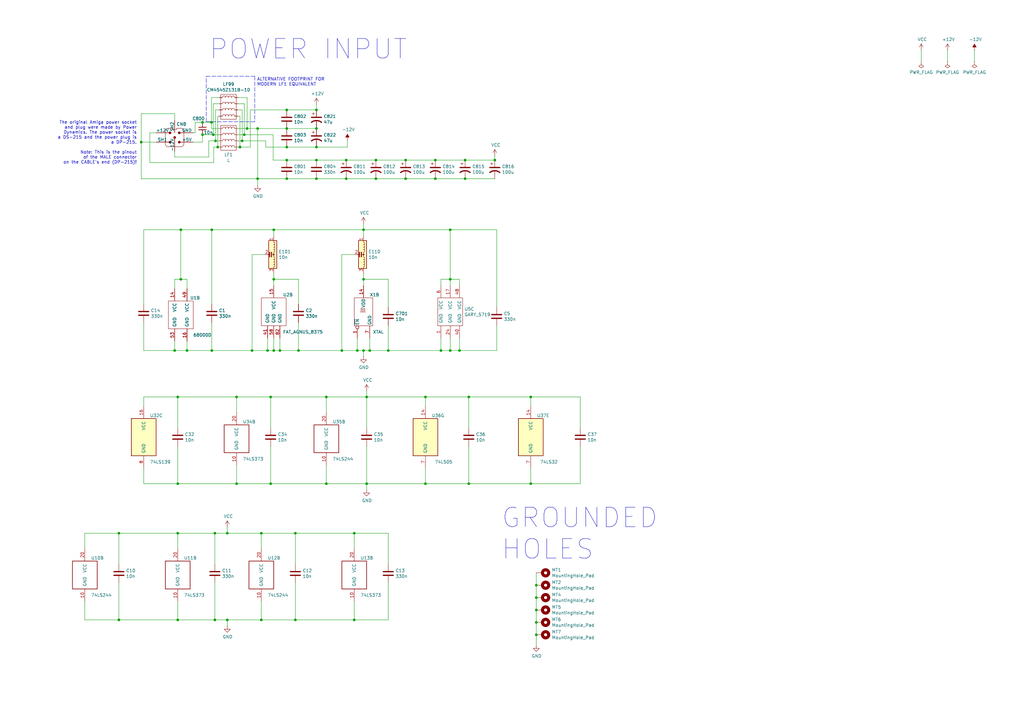
<source format=kicad_sch>
(kicad_sch (version 20250114) (generator "eeschema") (generator_version "9.0")
  (paper "A3")
  (title_block (title "Rämixx500") (date "2020-04-04") (rev "1") (company "SukkoPera") (comment 1 "POWER AND DECOUPLING") (comment 4 "Licensed under CC BY-NC-SA 4.0"))
  (text "GROUNDED\nHOLES" (at 205.486 230.124 0) (effects (font (size 8.001 8.001)) (justify left bottom)))
  (text "ALTERNATIVE FOOTPRINT FOR\nMODERN LF1 EQUIVALENT" (at 105.41 35.433 0) (effects (font (size 1.27 1.27)) (justify left bottom)))
  (text "POWER INPUT" (at 85.598 25.019 0) (effects (font (size 8.001 8.001)) (justify left bottom)))
  (text "The original Amiga power socket\nand plug were made by Power\nDynamics. The power socket is\na DS-215 and the power plug is\na DP-215.\n\nNote: This is the pinout\nof the MALE connector\non the CABLE's end (DP-215)!" (at 56.134 67.437 0) (effects (font (size 1.27 1.27)) (justify right bottom)))
  (junction (at 180.848 143.764))
  (junction (at 97.028 162.814))
  (junction (at 74.168 94.234))
  (junction (at 109.728 143.764))
  (junction (at 192.278 162.814))
  (junction (at 145.288 218.694))
  (junction (at 129.794 52.705))
  (junction (at 86.741 50.165))
  (junction (at 105.664 73.279))
  (junction (at 72.898 162.814))
  (junction (at 103.378 143.764))
  (junction (at 87.503 55.245))
  (junction (at 217.678 162.814))
  (junction (at 93.218 254.254))
  (junction (at 150.368 162.814))
  (junction (at 217.678 198.374))
  (junction (at 100.203 55.245))
  (junction (at 112.268 114.554))
  (junction (at 117.602 73.279))
  (junction (at 101.346 52.705))
  (junction (at 121.158 254.254))
  (junction (at 57.912 58.293))
  (junction (at 133.858 198.374))
  (junction (at 129.794 45.085))
  (junction (at 117.602 52.705))
  (junction (at 76.708 143.764))
  (junction (at 184.658 143.764))
  (junction (at 112.268 143.764))
  (junction (at 74.168 114.554))
  (junction (at 174.498 198.374))
  (junction (at 178.562 73.279))
  (junction (at 151.638 143.764))
  (junction (at 99.314 57.785))
  (junction (at 133.858 162.814))
  (junction (at 174.498 162.814))
  (junction (at 202.946 65.659))
  (junction (at 72.898 218.694))
  (junction (at 129.794 73.279))
  (junction (at 150.368 198.374))
  (junction (at 71.628 143.764))
  (junction (at 159.258 143.764))
  (junction (at 219.964 250.19))
  (junction (at 219.964 240.03))
  (junction (at 141.986 73.279))
  (junction (at 105.664 52.705))
  (junction (at 219.964 245.11))
  (junction (at 178.562 65.659))
  (junction (at 72.898 198.374))
  (junction (at 110.998 198.374))
  (junction (at 88.392 57.785))
  (junction (at 192.278 198.374))
  (junction (at 184.658 94.234))
  (junction (at 184.658 114.554))
  (junction (at 188.468 143.764))
  (junction (at 129.794 65.659))
  (junction (at 149.098 143.764))
  (junction (at 86.868 94.234))
  (junction (at 149.098 94.234))
  (junction (at 98.425 60.325))
  (junction (at 121.158 218.694))
  (junction (at 190.754 65.659))
  (junction (at 149.098 114.554))
  (junction (at 72.898 254.254))
  (junction (at 107.188 218.694))
  (junction (at 114.808 143.764))
  (junction (at 110.998 162.814))
  (junction (at 48.768 218.694))
  (junction (at 48.768 254.254))
  (junction (at 83.058 50.165))
  (junction (at 97.028 198.374))
  (junction (at 166.37 73.279))
  (junction (at 93.218 218.694))
  (junction (at 219.964 255.27))
  (junction (at 154.178 73.279))
  (junction (at 117.602 60.325))
  (junction (at 112.268 94.234))
  (junction (at 145.288 254.254))
  (junction (at 190.754 73.279))
  (junction (at 154.178 65.659))
  (junction (at 117.602 65.659))
  (junction (at 88.138 254.254))
  (junction (at 89.281 60.325))
  (junction (at 129.794 60.325))
  (junction (at 140.208 143.764))
  (junction (at 141.986 65.659))
  (junction (at 86.868 143.764))
  (junction (at 166.37 65.659))
  (junction (at 219.964 260.35))
  (junction (at 83.058 55.245))
  (junction (at 117.602 45.085))
  (junction (at 122.428 143.764))
  (junction (at 88.138 218.694))
  (junction (at 107.188 254.254))
  (junction (at 146.558 143.764))
  (wire (pts (xy 159.258 133.604) (xy 159.258 143.764)))
  (wire (pts (xy 88.392 57.785) (xy 88.392 45.085)))
  (wire (pts (xy 107.188 246.634) (xy 107.188 254.254)))
  (wire (pts (xy 149.098 91.694) (xy 149.098 94.234)))
  (wire (pts (xy 110.998 175.514) (xy 110.998 162.814)))
  (wire (pts (xy 112.268 112.014) (xy 112.268 114.554)))
  (wire (pts (xy 192.278 183.134) (xy 192.278 198.374)))
  (wire (pts (xy 71.628 46.609) (xy 57.912 46.609)))
  (wire (pts (xy 190.754 73.279) (xy 202.946 73.279)))
  (wire (pts (xy 86.868 143.764) (xy 103.378 143.764)))
  (wire (pts (xy 83.058 58.293) (xy 83.058 55.245)))
  (wire (pts (xy 117.602 45.085) (xy 129.794 45.085)))
  (wire (pts (xy 48.768 231.394) (xy 48.768 218.694)))
  (wire (pts (xy 93.218 254.254) (xy 107.188 254.254)))
  (wire (pts (xy 146.558 143.764) (xy 146.558 138.684)))
  (wire (pts (xy 93.218 256.794) (xy 93.218 254.254)))
  (wire (pts (xy 140.208 104.394) (xy 140.208 143.764)))
  (wire (pts (xy 74.168 94.234) (xy 86.868 94.234)))
  (wire (pts (xy 103.378 104.394) (xy 103.378 143.764)))
  (wire (pts (xy 159.258 254.254) (xy 159.258 239.014)))
  (wire (pts (xy 86.868 94.234) (xy 86.868 124.714)))
  (wire (pts (xy 108.966 60.325) (xy 117.602 60.325)))
  (wire (pts (xy 203.708 94.234) (xy 203.708 125.984)))
  (wire (pts (xy 154.178 65.659) (xy 166.37 65.659)))
  (wire (pts (xy 64.008 54.483) (xy 61.468 54.483)))
  (wire (pts (xy 86.868 143.764) (xy 76.708 143.764)))
  (wire (pts (xy 166.37 73.279) (xy 178.562 73.279)))
  (wire (pts (xy 102.616 45.085) (xy 117.602 45.085)))
  (wire (pts (xy 150.368 162.814) (xy 174.498 162.814)))
  (wire (pts (xy 88.138 254.254) (xy 93.218 254.254)))
  (wire (pts (xy 85.598 57.785) (xy 88.392 57.785)))
  (wire (pts (xy 184.658 117.094) (xy 184.658 114.554)))
  (wire (pts (xy 133.858 169.164) (xy 133.858 162.814)))
  (wire (pts (xy 71.628 139.954) (xy 71.628 143.764)))
  (wire (pts (xy 149.098 146.304) (xy 149.098 143.764)))
  (wire (pts (xy 188.468 114.554) (xy 188.468 117.094)))
  (wire (pts (xy 80.01 50.165) (xy 83.058 50.165)))
  (wire (pts (xy 122.428 143.764) (xy 140.208 143.764)))
  (wire (pts (xy 151.638 138.684) (xy 151.638 143.764)))
  (wire (pts (xy 72.898 218.694) (xy 88.138 218.694)))
  (wire (pts (xy 58.928 198.374) (xy 72.898 198.374)))
  (wire (pts (xy 88.138 231.394) (xy 88.138 218.694)))
  (wire (pts (xy 57.912 73.279) (xy 105.664 73.279)))
  (wire (pts (xy 219.964 245.11) (xy 219.964 250.19)))
  (wire (pts (xy 88.138 218.694) (xy 93.218 218.694)))
  (wire (pts (xy 122.428 114.554) (xy 122.428 124.714)))
  (wire (pts (xy 145.288 246.634) (xy 145.288 254.254)))
  (wire (pts (xy 97.536 47.625) (xy 98.425 47.625)))
  (wire (pts (xy 174.498 198.374) (xy 192.278 198.374)))
  (wire (pts (xy 133.858 198.374) (xy 150.368 198.374)))
  (wire (pts (xy 98.425 47.625) (xy 98.425 60.325)))
  (wire (pts (xy 105.664 52.705) (xy 117.602 52.705)))
  (wire (pts (xy 129.794 65.659) (xy 141.986 65.659)))
  (wire (pts (xy 86.741 50.165) (xy 86.741 52.705)))
  (wire (pts (xy 88.392 57.785) (xy 89.916 57.785)))
  (wire (pts (xy 61.468 54.483) (xy 61.468 66.675)))
  (wire (pts (xy 89.281 47.625) (xy 89.281 60.325)))
  (wire (pts (xy 219.964 234.95) (xy 219.964 240.03)))
  (wire (pts (xy 150.368 198.374) (xy 174.498 198.374)))
  (wire (pts (xy 110.998 183.134) (xy 110.998 198.374)))
  (wire (pts (xy 97.028 190.754) (xy 97.028 198.374)))
  (wire (pts (xy 166.37 65.659) (xy 178.562 65.659)))
  (wire (pts (xy 109.728 143.764) (xy 109.728 138.684)))
  (wire (pts (xy 80.01 54.483) (xy 80.01 50.165)))
  (wire (pts (xy 86.868 94.234) (xy 112.268 94.234)))
  (wire (pts (xy 93.218 216.154) (xy 93.218 218.694)))
  (wire (pts (xy 154.178 73.279) (xy 166.37 73.279)))
  (wire (pts (xy 159.258 143.764) (xy 180.848 143.764)))
  (wire (pts (xy 141.986 65.659) (xy 154.178 65.659)))
  (wire (pts (xy 140.208 143.764) (xy 146.558 143.764)))
  (wire (pts (xy 97.536 40.005) (xy 101.346 40.005)))
  (wire (pts (xy 388.62 25.273) (xy 388.62 20.574)))
  (wire (pts (xy 58.928 132.334) (xy 58.928 143.764)))
  (wire (pts (xy 99.314 45.085) (xy 97.536 45.085)))
  (wire (pts (xy 117.602 60.325) (xy 129.794 60.325)))
  (wire (pts (xy 97.536 42.545) (xy 100.203 42.545)))
  (wire (pts (xy 237.998 183.134) (xy 237.998 198.374)))
  (wire (pts (xy 97.536 52.705) (xy 101.346 52.705)))
  (wire (pts (xy 97.536 57.785) (xy 99.314 57.785)))
  (wire (pts (xy 88.392 45.085) (xy 89.916 45.085)))
  (wire (pts (xy 159.258 114.554) (xy 159.258 125.984)))
  (wire (pts (xy 129.794 73.279) (xy 141.986 73.279)))
  (wire (pts (xy 102.616 60.325) (xy 102.616 45.085)))
  (wire (pts (xy 48.768 218.694) (xy 72.898 218.694)))
  (wire (pts (xy 97.536 60.325) (xy 98.425 60.325)))
  (wire (pts (xy 399.669 25.273) (xy 399.669 20.574)))
  (wire (pts (xy 34.798 225.044) (xy 34.798 218.694)))
  (wire (pts (xy 72.898 175.514) (xy 72.898 162.814)))
  (wire (pts (xy 188.468 143.764) (xy 203.708 143.764)))
  (wire (pts (xy 34.798 218.694) (xy 48.768 218.694)))
  (wire (pts (xy 71.628 118.364) (xy 71.628 114.554)))
  (wire (pts (xy 377.825 25.273) (xy 377.825 20.574)))
  (wire (pts (xy 114.808 143.764) (xy 112.268 143.764)))
  (polyline (pts (xy 104.521 31.242) (xy 104.521 49.911)) (stroke (width 0) (type dash)))
  (wire (pts (xy 71.628 62.103) (xy 71.628 64.389)))
  (wire (pts (xy 98.425 60.325) (xy 102.616 60.325)))
  (wire (pts (xy 217.678 198.374) (xy 237.998 198.374)))
  (wire (pts (xy 219.964 250.19) (xy 219.964 255.27)))
  (wire (pts (xy 122.428 143.764) (xy 114.808 143.764)))
  (wire (pts (xy 107.188 254.254) (xy 121.158 254.254)))
  (wire (pts (xy 190.754 65.659) (xy 202.946 65.659)))
  (wire (pts (xy 112.268 114.554) (xy 112.268 117.094)))
  (wire (pts (xy 110.998 198.374) (xy 133.858 198.374)))
  (wire (pts (xy 112.268 114.554) (xy 122.428 114.554)))
  (wire (pts (xy 89.916 42.545) (xy 87.503 42.545)))
  (wire (pts (xy 121.158 231.394) (xy 121.158 218.694)))
  (wire (pts (xy 142.494 60.325) (xy 142.494 57.531)))
  (wire (pts (xy 101.346 52.705) (xy 105.664 52.705)))
  (wire (pts (xy 105.664 73.279) (xy 117.602 73.279)))
  (wire (pts (xy 83.058 50.165) (xy 86.741 50.165)))
  (wire (pts (xy 184.658 114.554) (xy 188.468 114.554)))
  (wire (pts (xy 72.898 225.044) (xy 72.898 218.694)))
  (wire (pts (xy 133.858 190.754) (xy 133.858 198.374)))
  (wire (pts (xy 112.268 94.234) (xy 112.268 96.774)))
  (wire (pts (xy 133.858 162.814) (xy 150.368 162.814)))
  (wire (pts (xy 178.562 65.659) (xy 190.754 65.659)))
  (wire (pts (xy 192.278 198.374) (xy 217.678 198.374)))
  (wire (pts (xy 57.912 46.609) (xy 57.912 58.293)))
  (wire (pts (xy 178.562 73.279) (xy 190.754 73.279)))
  (wire (pts (xy 71.628 64.389) (xy 85.598 64.389)))
  (wire (pts (xy 203.708 133.604) (xy 203.708 143.764)))
  (wire (pts (xy 121.158 239.014) (xy 121.158 254.254)))
  (wire (pts (xy 219.964 240.03) (xy 219.964 245.11)))
  (wire (pts (xy 107.188 225.044) (xy 107.188 218.694)))
  (wire (pts (xy 57.912 58.293) (xy 57.912 73.279)))
  (wire (pts (xy 219.964 255.27) (xy 219.964 260.35)))
  (wire (pts (xy 87.503 55.245) (xy 89.916 55.245)))
  (wire (pts (xy 150.368 175.514) (xy 150.368 162.814)))
  (wire (pts (xy 105.664 73.279) (xy 105.664 76.073)))
  (wire (pts (xy 180.848 114.554) (xy 184.658 114.554)))
  (wire (pts (xy 99.314 57.785) (xy 108.966 57.785)))
  (wire (pts (xy 174.498 192.024) (xy 174.498 198.374)))
  (wire (pts (xy 79.248 54.483) (xy 80.01 54.483)))
  (wire (pts (xy 48.768 239.014) (xy 48.768 254.254)))
  (wire (pts (xy 117.602 65.659) (xy 129.794 65.659)))
  (wire (pts (xy 93.218 218.694) (xy 107.188 218.694)))
  (wire (pts (xy 121.158 254.254) (xy 145.288 254.254)))
  (wire (pts (xy 88.138 239.014) (xy 88.138 254.254)))
  (wire (pts (xy 149.098 143.764) (xy 146.558 143.764)))
  (wire (pts (xy 58.928 166.624) (xy 58.928 162.814)))
  (wire (pts (xy 83.058 55.245) (xy 87.503 55.245)))
  (wire (pts (xy 72.898 198.374) (xy 97.028 198.374)))
  (wire (pts (xy 112.014 65.659) (xy 117.602 65.659)))
  (wire (pts (xy 87.503 42.545) (xy 87.503 55.245)))
  (wire (pts (xy 72.898 254.254) (xy 88.138 254.254)))
  (wire (pts (xy 103.378 143.764) (xy 109.728 143.764)))
  (wire (pts (xy 86.868 132.334) (xy 86.868 143.764)))
  (wire (pts (xy 149.098 114.554) (xy 159.258 114.554)))
  (wire (pts (xy 61.468 66.675) (xy 87.63 66.675)))
  (wire (pts (xy 64.008 58.293) (xy 57.912 58.293)))
  (wire (pts (xy 108.966 57.785) (xy 108.966 60.325)))
  (wire (pts (xy 149.098 94.234) (xy 184.658 94.234)))
  (wire (pts (xy 34.798 254.254) (xy 48.768 254.254)))
  (wire (pts (xy 110.998 162.814) (xy 133.858 162.814)))
  (wire (pts (xy 86.741 40.005) (xy 86.741 50.165)))
  (wire (pts (xy 219.964 260.35) (xy 219.964 264.668)))
  (wire (pts (xy 87.63 66.675) (xy 87.63 60.325)))
  (wire (pts (xy 149.098 94.234) (xy 149.098 96.774)))
  (wire (pts (xy 71.628 49.403) (xy 71.628 46.609)))
  (wire (pts (xy 184.658 138.684) (xy 184.658 143.764)))
  (wire (pts (xy 108.458 104.394) (xy 103.378 104.394)))
  (wire (pts (xy 145.288 254.254) (xy 159.258 254.254)))
  (wire (pts (xy 112.268 138.684) (xy 112.268 143.764)))
  (wire (pts (xy 151.638 143.764) (xy 149.098 143.764)))
  (polyline (pts (xy 84.582 49.911) (xy 84.582 31.242)) (stroke (width 0) (type dash)))
  (wire (pts (xy 150.368 160.274) (xy 150.368 162.814)))
  (wire (pts (xy 184.658 94.234) (xy 203.708 94.234)))
  (wire (pts (xy 217.678 162.814) (xy 237.998 162.814)))
  (polyline (pts (xy 84.582 31.242) (xy 104.521 31.242)) (stroke (width 0) (type dash)))
  (wire (pts (xy 79.248 58.293) (xy 83.058 58.293)))
  (wire (pts (xy 174.498 162.814) (xy 192.278 162.814)))
  (wire (pts (xy 99.314 57.785) (xy 99.314 45.085)))
  (wire (pts (xy 58.928 162.814) (xy 72.898 162.814)))
  (wire (pts (xy 72.898 183.134) (xy 72.898 198.374)))
  (wire (pts (xy 184.658 143.764) (xy 188.468 143.764)))
  (wire (pts (xy 174.498 166.624) (xy 174.498 162.814)))
  (wire (pts (xy 97.028 169.164) (xy 97.028 162.814)))
  (wire (pts (xy 159.258 143.764) (xy 151.638 143.764)))
  (wire (pts (xy 192.278 162.814) (xy 217.678 162.814)))
  (wire (pts (xy 48.768 254.254) (xy 72.898 254.254)))
  (wire (pts (xy 100.203 55.245) (xy 112.014 55.245)))
  (wire (pts (xy 112.268 143.764) (xy 109.728 143.764)))
  (wire (pts (xy 97.536 55.245) (xy 100.203 55.245)))
  (wire (pts (xy 192.278 175.514) (xy 192.278 162.814)))
  (wire (pts (xy 101.346 40.005) (xy 101.346 52.705)))
  (wire (pts (xy 159.258 218.694) (xy 159.258 231.394)))
  (wire (pts (xy 74.168 114.554) (xy 74.168 94.234)))
  (wire (pts (xy 149.098 112.014) (xy 149.098 114.554)))
  (wire (pts (xy 217.678 166.624) (xy 217.678 162.814)))
  (wire (pts (xy 149.098 114.554) (xy 149.098 117.094)))
  (wire (pts (xy 184.658 114.554) (xy 184.658 94.234)))
  (wire (pts (xy 86.741 52.705) (xy 89.916 52.705)))
  (wire (pts (xy 141.986 73.279) (xy 154.178 73.279)))
  (wire (pts (xy 74.168 114.554) (xy 76.708 114.554)))
  (wire (pts (xy 150.368 183.134) (xy 150.368 198.374)))
  (wire (pts (xy 58.928 143.764) (xy 71.628 143.764)))
  (wire (pts (xy 89.916 40.005) (xy 86.741 40.005)))
  (wire (pts (xy 71.628 143.764) (xy 76.708 143.764)))
  (wire (pts (xy 89.281 60.325) (xy 89.916 60.325)))
  (wire (pts (xy 180.848 138.684) (xy 180.848 143.764)))
  (wire (pts (xy 112.014 55.245) (xy 112.014 65.659)))
  (wire (pts (xy 87.63 60.325) (xy 89.281 60.325)))
  (wire (pts (xy 114.808 138.684) (xy 114.808 143.764)))
  (wire (pts (xy 105.664 52.705) (xy 105.664 73.279)))
  (wire (pts (xy 121.158 218.694) (xy 145.288 218.694)))
  (wire (pts (xy 58.928 94.234) (xy 74.168 94.234)))
  (wire (pts (xy 217.678 192.024) (xy 217.678 198.374)))
  (wire (pts (xy 107.188 218.694) (xy 121.158 218.694)))
  (wire (pts (xy 71.628 114.554) (xy 74.168 114.554)))
  (wire (pts (xy 129.794 45.085) (xy 129.794 42.799)))
  (wire (pts (xy 97.028 198.374) (xy 110.998 198.374)))
  (wire (pts (xy 188.468 138.684) (xy 188.468 143.764)))
  (wire (pts (xy 34.798 246.634) (xy 34.798 254.254)))
  (wire (pts (xy 117.602 73.279) (xy 129.794 73.279)))
  (wire (pts (xy 72.898 246.634) (xy 72.898 254.254)))
  (wire (pts (xy 145.288 218.694) (xy 145.288 225.044)))
  (wire (pts (xy 117.602 52.705) (xy 129.794 52.705)))
  (wire (pts (xy 202.946 65.659) (xy 202.946 63.881)))
  (wire (pts (xy 145.288 218.694) (xy 159.258 218.694)))
  (wire (pts (xy 129.794 60.325) (xy 142.494 60.325)))
  (wire (pts (xy 112.268 94.234) (xy 149.098 94.234)))
  (polyline (pts (xy 104.521 49.911) (xy 84.582 49.911)) (stroke (width 0) (type dash)))
  (wire (pts (xy 76.708 143.764) (xy 76.708 139.954)))
  (wire (pts (xy 58.928 124.714) (xy 58.928 94.234)))
  (wire (pts (xy 180.848 143.764) (xy 184.658 143.764)))
  (wire (pts (xy 237.998 175.514) (xy 237.998 162.814)))
  (wire (pts (xy 89.916 47.625) (xy 89.281 47.625)))
  (wire (pts (xy 72.898 162.814) (xy 97.028 162.814)))
  (wire (pts (xy 100.203 42.545) (xy 100.203 55.245)))
  (wire (pts (xy 76.708 118.364) (xy 76.708 114.554)))
  (wire (pts (xy 122.428 132.334) (xy 122.428 143.764)))
  (wire (pts (xy 58.928 192.024) (xy 58.928 198.374)))
  (wire (pts (xy 150.368 200.914) (xy 150.368 198.374)))
  (wire (pts (xy 97.028 162.814) (xy 110.998 162.814)))
  (wire (pts (xy 180.848 117.094) (xy 180.848 114.554)))
  (wire (pts (xy 85.598 64.389) (xy 85.598 57.785)))
  (wire (pts (xy 145.288 104.394) (xy 140.208 104.394)))
  (symbol (lib_id "amipower:Amiga_Power_Conn") (at 71.628 57.023 0) (unit 1)
    (property "Reference" "CN8" (at 74.422 50.927 0))
    (property "Value" "POWER" (effects (hide yes)))
    (property "Footprint" "Raemixx500:DS215+DIN8_COMBO" (effects (hide yes)))
    (property "Section" "POWER" (effects (hide yes)))
    (property "Required" "Y" (effects (hide yes)))
  )
  (symbol (lib_id "linefilter:L") (at 93.726 56.515 0) (unit 1)
    (property "Reference" "LF1" (at 93.726 63.4492 0))
    (property "Value" "L" (at 93.726 65.7606 0))
    (property "Footprint" "Raemixx500:LineFilter" (effects (hide yes)))
    (property "Section" "POWER" (effects (hide yes)))
    (property "Required" "Y" (effects (hide yes)))
  )
  (symbol (lib_id "Device:C") (at 117.602 48.895 0) (unit 1)
    (property "Reference" "C802" (at 120.523 47.7266 0) (effects (justify left)))
    (property "Value" "10n" (at 120.523 50.038 0) (effects (justify left)))
    (property "Footprint" "Raemixx500:C_Axial_L6.3mm_D2.5mm_P10.16mm" (effects (hide yes)))
    (property "MFG Name" "KEMET" (effects (hide yes)))
    (property "MFG Part Num" "C410C103K1H5TAAUTO" (effects (hide yes)))
    (property "Cost" "0.071" (effects (hide yes)))
  )
  (symbol (lib_id "Device:CP1") (at 129.794 48.895 0) (unit 1)
    (property "Reference" "C821" (at 132.715 47.7266 0) (effects (justify left)))
    (property "Value" "47u" (at 132.715 50.038 0) (effects (justify left)))
    (property "Footprint" "Capacitor_THT:CP_Radial_D8.0mm_P5.00mm" (effects (hide yes)))
    (property "Cost" "0.137" (effects (hide yes)))
    (property "MFG Name" "PANASONIC" (effects (hide yes)))
    (property "MFG Part Num" "EEUFR1H470" (effects (hide yes)))
  )
  (symbol (lib_id "Device:C") (at 117.602 56.515 0) (unit 1)
    (property "Reference" "C803" (at 120.523 55.3466 0) (effects (justify left)))
    (property "Value" "10n" (at 120.523 57.658 0) (effects (justify left)))
    (property "Footprint" "Raemixx500:C_Axial_L6.3mm_D2.5mm_P10.16mm" (effects (hide yes)))
    (property "MFG Name" "KEMET" (effects (hide yes)))
    (property "MFG Part Num" "C410C103K1H5TAAUTO" (effects (hide yes)))
    (property "Cost" "0.071" (effects (hide yes)))
  )
  (symbol (lib_id "Device:CP1") (at 129.794 56.515 0) (unit 1)
    (property "Reference" "C822" (at 132.715 55.3466 0) (effects (justify left)))
    (property "Value" "47u" (at 132.715 57.658 0) (effects (justify left)))
    (property "Footprint" "Capacitor_THT:CP_Radial_D8.0mm_P5.00mm" (effects (hide yes)))
    (property "Cost" "0.137" (effects (hide yes)))
    (property "MFG Name" "PANASONIC" (effects (hide yes)))
    (property "MFG Part Num" "EEUFR1H470" (effects (hide yes)))
  )
  (symbol (lib_id "power:+12V") (at 129.794 42.799 0) (unit 1)
    (property "Reference" "#PWR0241" (effects (hide yes)))
    (property "Value" "+12V" (at 130.175 38.4048 0))
    (instances (project "" (path "" (reference "#PWR?") (unit 1)) (path "" (reference "#PWR0241") (unit 1))))
  )
  (symbol (lib_id "power:-12V") (at 142.494 57.531 0) (unit 1)
    (property "Reference" "#PWR0242" (effects (hide yes)))
    (property "Value" "-12V" (at 142.875 53.1368 0))
    (instances (project "" (path "" (reference "#PWR?") (unit 1)) (path "" (reference "#PWR0242") (unit 1))))
  )
  (symbol (lib_id "Device:C") (at 117.602 69.469 0) (unit 1)
    (property "Reference" "C801" (at 120.523 68.3006 0) (effects (justify left)))
    (property "Value" "10n" (at 120.523 70.612 0) (effects (justify left)))
    (property "Footprint" "Raemixx500:C_Axial_L6.3mm_D2.5mm_P10.16mm" (effects (hide yes)))
    (property "MFG Name" "KEMET" (effects (hide yes)))
    (property "MFG Part Num" "C410C103K1H5TAAUTO" (effects (hide yes)))
    (property "Cost" "0.071" (effects (hide yes)))
    (property "Required" "R" (effects (hide yes)))
  )
  (symbol (lib_id "power:GND") (at 105.664 76.073 0) (unit 1)
    (property "Reference" "#PWR0243" (effects (hide yes)))
    (property "Value" "GND" (at 105.791 80.4672 0))
  )
  (symbol (lib_id "Device:C") (at 129.794 69.469 0) (unit 1)
    (property "Reference" "C804" (at 132.715 68.3006 0) (effects (justify left)))
    (property "Value" "330n" (at 132.715 70.612 0) (effects (justify left)))
    (property "Footprint" "Raemixx500:C_Axial_L6.3mm_D2.5mm_P10.16mm" (effects (hide yes)))
    (property "MFG Name" "KEMET" (effects (hide yes)))
    (property "MFG Part Num" "C412C334M5U5TA" (effects (hide yes)))
    (property "Cost" "0.078" (effects (hide yes)))
    (property "Required" "R" (effects (hide yes)))
  )
  (symbol (lib_id "Device:CP1") (at 141.986 69.469 0) (unit 1)
    (property "Reference" "C811" (at 144.907 68.3006 0) (effects (justify left)))
    (property "Value" "100u" (at 144.907 70.612 0) (effects (justify left)))
    (property "Footprint" "Capacitor_THT:CP_Radial_D8.0mm_P5.00mm" (effects (hide yes)))
    (property "Cost" "0.265" (effects (hide yes)))
    (property "MFG Name" "PANASONIC" (effects (hide yes)))
    (property "MFG Part Num" "EEUFR1H101" (effects (hide yes)))
    (property "Required" "R" (effects (hide yes)))
  )
  (symbol (lib_id "Device:CP1") (at 154.178 69.469 0) (unit 1)
    (property "Reference" "C812" (at 157.099 68.3006 0) (effects (justify left)))
    (property "Value" "100u" (at 157.099 70.612 0) (effects (justify left)))
    (property "Footprint" "Capacitor_THT:CP_Radial_D8.0mm_P5.00mm" (effects (hide yes)))
    (property "Cost" "0.265" (effects (hide yes)))
    (property "MFG Name" "PANASONIC" (effects (hide yes)))
    (property "MFG Part Num" "EEUFR1H101" (effects (hide yes)))
    (property "Required" "R" (effects (hide yes)))
  )
  (symbol (lib_id "Device:CP1") (at 166.37 69.469 0) (unit 1)
    (property "Reference" "C813" (at 169.291 68.3006 0) (effects (justify left)))
    (property "Value" "100u" (at 169.291 70.612 0) (effects (justify left)))
    (property "Footprint" "Capacitor_THT:CP_Radial_D8.0mm_P5.00mm" (effects (hide yes)))
    (property "Cost" "0.265" (effects (hide yes)))
    (property "MFG Name" "PANASONIC" (effects (hide yes)))
    (property "MFG Part Num" "EEUFR1H101" (effects (hide yes)))
    (property "Required" "R" (effects (hide yes)))
  )
  (symbol (lib_id "Device:CP1") (at 178.562 69.469 0) (unit 1)
    (property "Reference" "C814" (at 181.483 68.3006 0) (effects (justify left)))
    (property "Value" "100u" (at 181.483 70.612 0) (effects (justify left)))
    (property "Footprint" "Capacitor_THT:CP_Radial_D8.0mm_P5.00mm" (effects (hide yes)))
    (property "Cost" "0.265" (effects (hide yes)))
    (property "MFG Name" "PANASONIC" (effects (hide yes)))
    (property "MFG Part Num" "EEUFR1H101" (effects (hide yes)))
    (property "Required" "R" (effects (hide yes)))
  )
  (symbol (lib_id "Device:CP1") (at 190.754 69.469 0) (unit 1)
    (property "Reference" "C815" (at 193.675 68.3006 0) (effects (justify left)))
    (property "Value" "100u" (at 193.675 70.612 0) (effects (justify left)))
    (property "Footprint" "Capacitor_THT:CP_Radial_D8.0mm_P5.00mm" (effects (hide yes)))
    (property "Cost" "0.265" (effects (hide yes)))
    (property "MFG Name" "PANASONIC" (effects (hide yes)))
    (property "MFG Part Num" "EEUFR1H101" (effects (hide yes)))
    (property "Required" "R" (effects (hide yes)))
  )
  (symbol (lib_id "Device:CP1") (at 202.946 69.469 0) (unit 1)
    (property "Reference" "C816" (at 205.867 68.3006 0) (effects (justify left)))
    (property "Value" "100u" (at 205.867 70.612 0) (effects (justify left)))
    (property "Footprint" "Capacitor_THT:CP_Radial_D8.0mm_P5.00mm" (effects (hide yes)))
    (property "Cost" "0.265" (effects (hide yes)))
    (property "MFG Name" "PANASONIC" (effects (hide yes)))
    (property "MFG Part Num" "EEUFR1H101" (effects (hide yes)))
    (property "Required" "R" (effects (hide yes)))
  )
  (symbol (lib_id "power:VCC") (at 202.946 63.881 0) (unit 1)
    (property "Reference" "#PWR0244" (effects (hide yes)))
    (property "Value" "VCC" (at 203.3778 59.4868 0))
  )
  (symbol (lib_id "Mechanical:MountingHole_Pad") (at 222.504 234.95 270) (unit 1)
    (property "Reference" "MT1" (at 226.314 233.7816 90) (effects (justify left)))
    (property "Value" "MountingHole_Pad" (at 226.314 236.093 90) (effects (justify left)))
    (property "Footprint" "MountingHole:MountingHole_4mm_Pad" (effects (hide yes)))
    (property "MFG Name" "SKIP" (effects (hide yes)))
    (property "MFG Part Num" "SKIP" (effects (hide yes)))
    (property "Section" "SKIP" (effects (hide yes)))
  )
  (symbol (lib_id "Mechanical:MountingHole_Pad") (at 222.504 240.03 270) (unit 1)
    (property "Reference" "MT2" (at 226.314 238.8616 90) (effects (justify left)))
    (property "Value" "MountingHole_Pad" (at 226.314 241.173 90) (effects (justify left)))
    (property "Footprint" "MountingHole:MountingHole_4mm_Pad" (effects (hide yes)))
    (property "MFG Name" "SKIP" (effects (hide yes)))
    (property "MFG Part Num" "SKIP" (effects (hide yes)))
    (property "Section" "SKIP" (effects (hide yes)))
  )
  (symbol (lib_id "Mechanical:MountingHole_Pad") (at 222.504 245.11 270) (unit 1)
    (property "Reference" "MT4" (at 226.314 243.9416 90) (effects (justify left)))
    (property "Value" "MountingHole_Pad" (at 226.314 246.253 90) (effects (justify left)))
    (property "Footprint" "MountingHole:MountingHole_4mm_Pad" (effects (hide yes)))
    (property "MFG Name" "SKIP" (effects (hide yes)))
    (property "MFG Part Num" "SKIP" (effects (hide yes)))
    (property "Section" "SKIP" (effects (hide yes)))
  )
  (symbol (lib_id "Mechanical:MountingHole_Pad") (at 222.504 250.19 270) (unit 1)
    (property "Reference" "MT5" (at 226.314 249.0216 90) (effects (justify left)))
    (property "Value" "MountingHole_Pad" (at 226.314 251.333 90) (effects (justify left)))
    (property "Footprint" "MountingHole:MountingHole_4mm_Pad" (effects (hide yes)))
    (property "MFG Name" "SKIP" (effects (hide yes)))
    (property "MFG Part Num" "SKIP" (effects (hide yes)))
    (property "Section" "SKIP" (effects (hide yes)))
  )
  (symbol (lib_id "Mechanical:MountingHole_Pad") (at 222.504 255.27 270) (unit 1)
    (property "Reference" "MT6" (at 226.314 254.1016 90) (effects (justify left)))
    (property "Value" "MountingHole_Pad" (at 226.314 256.413 90) (effects (justify left)))
    (property "Footprint" "MountingHole:MountingHole_4mm_Pad" (effects (hide yes)))
    (property "MFG Name" "SKIP" (effects (hide yes)))
    (property "MFG Part Num" "SKIP" (effects (hide yes)))
    (property "Section" "SKIP" (effects (hide yes)))
  )
  (symbol (lib_id "Mechanical:MountingHole_Pad") (at 222.504 260.35 270) (unit 1)
    (property "Reference" "MT7" (at 226.314 259.1816 90) (effects (justify left)))
    (property "Value" "MountingHole_Pad" (at 226.314 261.493 90) (effects (justify left)))
    (property "Footprint" "MountingHole:MountingHole_4mm_Pad" (effects (hide yes)))
    (property "MFG Name" "SKIP" (effects (hide yes)))
    (property "MFG Part Num" "SKIP" (effects (hide yes)))
    (property "Section" "SKIP" (effects (hide yes)))
  )
  (symbol (lib_id "power:GND") (at 219.964 264.668 0) (unit 1)
    (property "Reference" "#PWR0245" (effects (hide yes)))
    (property "Value" "GND" (at 220.091 269.0622 0))
  )
  (symbol (lib_id "Device:C_Small") (at 83.058 52.705 0) (unit 1)
    (property "Reference" "C800" (at 78.867 48.641 0) (effects (justify left)))
    (property "Value" "10n" (at 83.566 54.356 0) (effects (justify left)))
    (property "Footprint" "Raemixx500:C_Axial_L6.3mm_D2.5mm_P10.16mm" (effects (hide yes)))
    (property "MFG Name" "KEMET" (effects (hide yes)))
    (property "MFG Part Num" "C410C103K1H5TAAUTO" (effects (hide yes)))
    (property "Cost" "0.071" (effects (hide yes)))
    (property "Required" "R" (effects (hide yes)))
  )
  (symbol (lib_id "74xx:74LS32") (at 217.678 179.324 0) (unit 5)
    (property "Reference" "U37" (at 220.218 170.434 0) (effects (justify left)))
    (property "Value" "74LS32" (at 221.488 189.484 0) (effects (justify left)))
    (property "Footprint" "Package_DIP:DIP-14_W7.62mm_Socket_LongPads" (effects (hide yes)))
    (property "Datasheet" "http://www.ti.com/lit/gpn/sn74LS32" (effects (hide yes)))
    (property "Section" "PARALLEL/FLOPPY/KEYBOARD" (effects (hide yes)))
    (property "Cost" "0.442" (effects (hide yes)))
    (property "MFG Name" "TI" (effects (hide yes)))
    (property "MFG Part Num" "SN74LS32N" (effects (hide yes)))
    (property "Required" "Y" (effects (hide yes)))
  )
  (symbol (lib_id "GARY:GARY_5719") (at 184.658 128.524 0) (unit 3)
    (property "Reference" "U5" (at 190.4492 126.7206 0) (effects (justify left)))
    (property "Value" "GARY_5719" (at 190.4492 129.032 0) (effects (justify left)))
    (property "Footprint" "Package_DIP:DIP-48_W15.24mm_Socket_LongPads" (effects (hide yes)))
    (property "Datasheet" "DOCUMENTATION" (effects (hide yes)))
    (property "Section" "CUSTOM" (effects (hide yes)))
    (property "Required" "Y" (effects (hide yes)))
  )
  (symbol (lib_id "68000D:68000D") (at 74.168 129.794 0) (unit 2)
    (property "Reference" "U1" (at 77.978 122.174 0) (effects (justify left)))
    (property "Value" "68000D" (at 79.248 137.414 0) (effects (justify left)))
    (property "Footprint" "Package_DIP:DIP-64_W22.86mm_Socket_LongPads" (effects (hide yes)))
    (property "Datasheet" "https://www.nxp.com/docs/en/reference-manual/MC68000UM.pdf" (effects (hide yes)))
    (property "Section" "CPU" (effects (hide yes)))
    (property "Required" "Y" (effects (hide yes)))
  )
  (symbol (lib_id "FAT_AGNUS_8375:FAT_AGNUS_8375") (at 112.268 127.254 0) (unit 2)
    (property "Reference" "U2" (at 116.078 120.904 0) (effects (justify left)))
    (property "Value" "FAT_AGNUS_8375" (at 116.078 136.144 0) (effects (justify left)))
    (property "Footprint" "Package_LCC:PLCC-84_THT-Socket" (effects (hide yes)))
    (property "Datasheet" "DOCUMENTATION" (effects (hide yes)))
    (property "Section" "CUSTOM" (effects (hide yes)))
    (property "Required" "Y" (effects (hide yes)))
  )
  (symbol (lib_id "Device:C") (at 58.928 128.524 0) (unit 1)
    (property "Reference" "C14" (at 61.849 127.3556 0) (effects (justify left)))
    (property "Value" "330n" (at 61.849 129.667 0) (effects (justify left)))
    (property "Footprint" "Raemixx500:C_Axial_L6.3mm_D2.5mm_P10.16mm" (effects (hide yes)))
    (property "MFG Name" "KEMET" (effects (hide yes)))
    (property "MFG Part Num" "C412C334M5U5TA" (effects (hide yes)))
    (property "Cost" "0.078" (effects (hide yes)))
  )
  (symbol (lib_id "Device:C") (at 86.868 128.524 0) (unit 1)
    (property "Reference" "C1" (at 89.789 127.3556 0) (effects (justify left)))
    (property "Value" "330n" (at 89.789 129.667 0) (effects (justify left)))
    (property "Footprint" "Raemixx500:C_Axial_L6.3mm_D2.5mm_P10.16mm" (effects (hide yes)))
    (property "MFG Name" "KEMET" (effects (hide yes)))
    (property "MFG Part Num" "C412C334M5U5TA" (effects (hide yes)))
    (property "Cost" "0.078" (effects (hide yes)))
    (property "Section" "CPU" (effects (hide yes)))
    (property "Required" "R" (effects (hide yes)))
  )
  (symbol (lib_id "emi_filter_lcl_small:EMI_Filter_LCL") (at 109.728 104.394 270) (unit 1)
    (property "Reference" "E101" (at 114.2746 103.2256 90) (effects (justify left)))
    (property "Value" "10n" (at 114.2746 105.537 90) (effects (justify left)))
    (property "Footprint" "Raemixx500:EMI_Filter_Short" (effects (hide yes)))
    (property "Datasheet" "http://www.murata.com/~/media/webrenewal/support/library/catalog/products/emc/emifil/c31e.ashx?la=en-gb" (effects (hide yes)))
    (property "EMI_FILTER_TYPE" "W/FERRITE" (effects (hide yes)))
    (property "Cost" "0.234" (effects (hide yes)))
    (property "MFG Name" "MURATA" (effects (hide yes)))
    (property "MFG Part Num" "DSS1NB32A103Q91A" (effects (hide yes)))
    (property "Required" "Y" (effects (hide yes)))
  )
  (symbol (lib_id "Device:C") (at 122.428 128.524 0) (unit 1)
    (property "Reference" "C2" (at 125.349 127.3556 0) (effects (justify left)))
    (property "Value" "330n" (at 125.349 129.667 0) (effects (justify left)))
    (property "Footprint" "Raemixx500:C_Axial_L6.3mm_D2.5mm_P10.16mm" (effects (hide yes)))
    (property "MFG Name" "KEMET" (effects (hide yes)))
    (property "MFG Part Num" "C412C334M5U5TA" (effects (hide yes)))
    (property "Cost" "0.078" (effects (hide yes)))
    (property "Section" "MEMORY" (effects (hide yes)))
    (property "Required" "R" (effects (hide yes)))
  )
  (symbol (lib_id "emi_filter_lcl_small:EMI_Filter_LCL") (at 146.558 104.394 270) (unit 1)
    (property "Reference" "E110" (at 151.1046 103.2256 90) (effects (justify left)))
    (property "Value" "10n" (at 151.1046 105.537 90) (effects (justify left)))
    (property "Footprint" "Raemixx500:EMI_Filter_Short" (effects (hide yes)))
    (property "Datasheet" "http://www.murata.com/~/media/webrenewal/support/library/catalog/products/emc/emifil/c31e.ashx?la=en-gb" (effects (hide yes)))
    (property "EMI_FILTER_TYPE" "W/FERRITE" (effects (hide yes)))
    (property "Cost" "0.234" (effects (hide yes)))
    (property "MFG Name" "MURATA" (effects (hide yes)))
    (property "MFG Part Num" "DSS1NB32A103Q91A" (effects (hide yes)))
    (property "Required" "Y" (effects (hide yes)))
  )
  (symbol (lib_id "power:VCC") (at 149.098 91.694 0) (unit 1)
    (property "Reference" "#PWR0232" (effects (hide yes)))
    (property "Value" "VCC" (at 149.5298 87.2998 0))
  )
  (symbol (lib_id "Device:C") (at 159.258 129.794 0) (unit 1)
    (property "Reference" "C701" (at 162.179 128.6256 0) (effects (justify left)))
    (property "Value" "10n" (at 162.179 130.937 0) (effects (justify left)))
    (property "Footprint" "Raemixx500:C_Axial_L6.3mm_D2.5mm_P10.16mm" (effects (hide yes)))
    (property "MFG Name" "KEMET" (effects (hide yes)))
    (property "MFG Part Num" "C410C103K1H5TAAUTO" (effects (hide yes)))
    (property "Cost" "0.071" (effects (hide yes)))
    (property "Required" "R" (effects (hide yes)))
  )
  (symbol (lib_id "Device:C") (at 203.708 129.794 0) (unit 1)
    (property "Reference" "C5" (at 206.629 128.6256 0) (effects (justify left)))
    (property "Value" "330n" (at 206.629 130.937 0) (effects (justify left)))
    (property "Footprint" "Raemixx500:C_Axial_L6.3mm_D2.5mm_P10.16mm" (effects (hide yes)))
    (property "MFG Name" "KEMET" (effects (hide yes)))
    (property "MFG Part Num" "C412C334M5U5TA" (effects (hide yes)))
    (property "Cost" "0.078" (effects (hide yes)))
    (property "Required" "R" (effects (hide yes)))
  )
  (symbol (lib_id "power:GND") (at 149.098 146.304 0) (unit 1)
    (property "Reference" "#PWR0233" (effects (hide yes)))
    (property "Value" "GND" (at 149.225 150.6982 0))
  )
  (symbol (lib_id "74ls373:74LS373") (at 72.898 236.474 0) (unit 2)
    (property "Reference" "U11" (at 75.438 228.854 0) (effects (justify left)))
    (property "Value" "74LS373" (at 75.438 244.094 0) (effects (justify left)))
    (property "Footprint" "Package_DIP:DIP-20_W7.62mm_Socket_LongPads" (effects (hide yes)))
    (property "Datasheet" "http://www.ti.com/lit/gpn/sn74LS373" (effects (hide yes)))
    (property "Section" "MEMORY" (effects (hide yes)))
    (property "Cost" "0.68" (effects (hide yes)))
    (property "MFG Name" "TI" (effects (hide yes)))
    (property "MFG Part Num" "SN74LS373N" (effects (hide yes)))
    (property "Required" "Y" (effects (hide yes)))
  )
  (symbol (lib_id "74ls373:74LS373") (at 145.288 236.474 0) (unit 2)
    (property "Reference" "U13" (at 147.828 228.854 0) (effects (justify left)))
    (property "Value" "74LS373" (at 147.828 244.094 0) (effects (justify left)))
    (property "Footprint" "Package_DIP:DIP-20_W7.62mm_Socket_LongPads" (effects (hide yes)))
    (property "Datasheet" "http://www.ti.com/lit/gpn/sn74LS373" (effects (hide yes)))
    (property "Section" "MEMORY" (effects (hide yes)))
    (property "Cost" "0.68" (effects (hide yes)))
    (property "MFG Name" "TI" (effects (hide yes)))
    (property "MFG Part Num" "SN74LS373N" (effects (hide yes)))
    (property "Required" "Y" (effects (hide yes)))
  )
  (symbol (lib_id "74ls244:74LS244") (at 34.798 235.204 0) (unit 2)
    (property "Reference" "U10" (at 37.338 228.854 0) (effects (justify left)))
    (property "Value" "74LS244" (at 37.338 244.094 0) (effects (justify left)))
    (property "Footprint" "Package_DIP:DIP-20_W7.62mm_Socket_LongPads" (effects (hide yes)))
    (property "Datasheet" "http://www.ti.com/lit/gpn/sn74LS244" (effects (hide yes)))
    (property "Section" "MEMORY" (effects (hide yes)))
    (property "Cost" "0.62" (effects (hide yes)))
    (property "MFG Name" "TI" (effects (hide yes)))
    (property "MFG Part Num" "SN74LS244N" (effects (hide yes)))
    (property "Required" "Y" (effects (hide yes)))
  )
  (symbol (lib_id "74ls244:74LS244") (at 107.188 235.204 0) (unit 2)
    (property "Reference" "U12" (at 109.728 228.854 0) (effects (justify left)))
    (property "Value" "74LS244" (at 109.728 244.094 0) (effects (justify left)))
    (property "Footprint" "Package_DIP:DIP-20_W7.62mm_Socket_LongPads" (effects (hide yes)))
    (property "Datasheet" "http://www.ti.com/lit/gpn/sn74LS244" (effects (hide yes)))
    (property "Section" "MEMORY" (effects (hide yes)))
    (property "Cost" "0.62" (effects (hide yes)))
    (property "MFG Name" "TI" (effects (hide yes)))
    (property "MFG Part Num" "SN74LS244N" (effects (hide yes)))
    (property "Required" "Y" (effects (hide yes)))
  )
  (symbol (lib_id "Device:C") (at 88.138 235.204 0) (unit 1)
    (property "Reference" "C11" (at 91.059 234.0356 0) (effects (justify left)))
    (property "Value" "330n" (at 91.059 236.347 0) (effects (justify left)))
    (property "Footprint" "Raemixx500:C_Axial_L6.3mm_D2.5mm_P10.16mm" (effects (hide yes)))
    (property "MFG Name" "KEMET" (effects (hide yes)))
    (property "MFG Part Num" "C412C334M5U5TA" (effects (hide yes)))
    (property "Cost" "0.078" (effects (hide yes)))
    (property "Required" "R" (effects (hide yes)))
  )
  (symbol (lib_id "Device:C") (at 159.258 235.204 0) (unit 1)
    (property "Reference" "C13" (at 162.179 234.0356 0) (effects (justify left)))
    (property "Value" "330n" (at 162.179 236.347 0) (effects (justify left)))
    (property "Footprint" "Raemixx500:C_Axial_L6.3mm_D2.5mm_P10.16mm" (effects (hide yes)))
    (property "MFG Name" "KEMET" (effects (hide yes)))
    (property "MFG Part Num" "C412C334M5U5TA" (effects (hide yes)))
    (property "Cost" "0.078" (effects (hide yes)))
    (property "Required" "R" (effects (hide yes)))
  )
  (symbol (lib_id "Device:C") (at 48.768 235.204 0) (unit 1)
    (property "Reference" "C10" (at 51.689 234.0356 0) (effects (justify left)))
    (property "Value" "10n" (at 51.689 236.347 0) (effects (justify left)))
    (property "Footprint" "Raemixx500:C_Axial_L6.3mm_D2.5mm_P10.16mm" (effects (hide yes)))
    (property "MFG Name" "KEMET" (effects (hide yes)))
    (property "MFG Part Num" "C410C103K1H5TAAUTO" (effects (hide yes)))
    (property "Cost" "0.071" (effects (hide yes)))
    (property "Required" "R" (effects (hide yes)))
  )
  (symbol (lib_id "Device:C") (at 121.158 235.204 0) (unit 1)
    (property "Reference" "C12" (at 124.079 234.0356 0) (effects (justify left)))
    (property "Value" "10n" (at 124.079 236.347 0) (effects (justify left)))
    (property "Footprint" "Raemixx500:C_Axial_L6.3mm_D2.5mm_P10.16mm" (effects (hide yes)))
    (property "MFG Name" "KEMET" (effects (hide yes)))
    (property "MFG Part Num" "C410C103K1H5TAAUTO" (effects (hide yes)))
    (property "Cost" "0.071" (effects (hide yes)))
    (property "Required" "R" (effects (hide yes)))
  )
  (symbol (lib_id "power:GND") (at 93.218 256.794 0) (unit 1)
    (property "Reference" "#PWR0234" (effects (hide yes)))
    (property "Value" "GND" (at 93.345 261.1882 0))
  )
  (symbol (lib_id "power:VCC") (at 93.218 216.154 0) (unit 1)
    (property "Reference" "#PWR0235" (effects (hide yes)))
    (property "Value" "VCC" (at 93.6498 211.7598 0))
  )
  (symbol (lib_id "74xx:74LS139") (at 58.928 179.324 0) (unit 3)
    (property "Reference" "U32" (at 61.468 170.434 0) (effects (justify left)))
    (property "Value" "74LS139" (at 61.468 189.484 0) (effects (justify left)))
    (property "Footprint" "Package_DIP:DIP-16_W7.62mm_Socket_LongPads" (effects (hide yes)))
    (property "Datasheet" "http://www.ti.com/lit/gpn/sn74LS139" (effects (hide yes)))
    (property "Section" "MEMORY" (effects (hide yes)))
    (property "Cost" "0.615" (effects (hide yes)))
    (property "MFG Name" "TI" (effects (hide yes)))
    (property "MFG Part Num" "SN74LS139AN" (effects (hide yes)))
  )
  (symbol (lib_id "74ls373:74LS373") (at 97.028 180.594 0) (unit 2)
    (property "Reference" "U34" (at 99.568 172.974 0) (effects (justify left)))
    (property "Value" "74LS373" (at 99.568 188.214 0) (effects (justify left)))
    (property "Footprint" "Package_DIP:DIP-20_W7.62mm_Socket_LongPads" (effects (hide yes)))
    (property "Datasheet" "http://www.ti.com/lit/gpn/sn74LS373" (effects (hide yes)))
    (property "Section" "MEMORY" (effects (hide yes)))
    (property "Cost" "0.68" (effects (hide yes)))
    (property "MFG Name" "TI" (effects (hide yes)))
    (property "MFG Part Num" "SN74LS373N" (effects (hide yes)))
    (property "Required" "Y" (effects (hide yes)))
  )
  (symbol (lib_id "74ls244:74LS244") (at 133.858 179.324 0) (unit 2)
    (property "Reference" "U35" (at 136.398 172.974 0) (effects (justify left)))
    (property "Value" "74LS244" (at 136.398 188.214 0) (effects (justify left)))
    (property "Footprint" "Package_DIP:DIP-20_W7.62mm_Socket_LongPads" (effects (hide yes)))
    (property "Datasheet" "http://www.ti.com/lit/gpn/sn74LS244" (effects (hide yes)))
    (property "Section" "MEMORY" (effects (hide yes)))
    (property "Cost" "0.62" (effects (hide yes)))
    (property "MFG Name" "TI" (effects (hide yes)))
    (property "MFG Part Num" "SN74LS244N" (effects (hide yes)))
    (property "Required" "Y" (effects (hide yes)))
  )
  (symbol (lib_id "74xx:74LS05") (at 174.498 179.324 0) (unit 7)
    (property "Reference" "U36" (at 177.038 170.434 0) (effects (justify left)))
    (property "Value" "74LS05" (at 178.308 189.484 0) (effects (justify left)))
    (property "Footprint" "Package_DIP:DIP-14_W7.62mm_Socket_LongPads" (effects (hide yes)))
    (property "Datasheet" "http://www.ti.com/lit/gpn/sn74LS05" (effects (hide yes)))
    (property "Section" "FLOPPY/RTC" (effects (hide yes)))
    (property "Cost" "0.668" (effects (hide yes)))
    (property "MFG Name" "TI" (effects (hide yes)))
    (property "MFG Part Num" "SN74LS05N" (effects (hide yes)))
  )
  (symbol (lib_id "Device:C") (at 72.898 179.324 0) (unit 1)
    (property "Reference" "C32" (at 75.819 178.1556 0) (effects (justify left)))
    (property "Value" "10n" (at 75.819 180.467 0) (effects (justify left)))
    (property "Footprint" "Raemixx500:C_Axial_L6.3mm_D2.5mm_P10.16mm" (effects (hide yes)))
    (property "MFG Name" "KEMET" (effects (hide yes)))
    (property "MFG Part Num" "C410C103K1H5TAAUTO" (effects (hide yes)))
    (property "Cost" "0.071" (effects (hide yes)))
    (property "Section" "MEMORY" (effects (hide yes)))
  )
  (symbol (lib_id "Device:C") (at 110.998 179.324 0) (unit 1)
    (property "Reference" "C34" (at 113.919 178.1556 0) (effects (justify left)))
    (property "Value" "10n" (at 113.919 180.467 0) (effects (justify left)))
    (property "Footprint" "Raemixx500:C_Axial_L6.3mm_D2.5mm_P10.16mm" (effects (hide yes)))
    (property "MFG Name" "KEMET" (effects (hide yes)))
    (property "MFG Part Num" "C410C103K1H5TAAUTO" (effects (hide yes)))
    (property "Cost" "0.071" (effects (hide yes)))
    (property "Section" "MEMORY" (effects (hide yes)))
    (property "Required" "R" (effects (hide yes)))
  )
  (symbol (lib_id "Device:C") (at 150.368 179.324 0) (unit 1)
    (property "Reference" "C35" (at 153.289 178.1556 0) (effects (justify left)))
    (property "Value" "10n" (at 153.289 180.467 0) (effects (justify left)))
    (property "Footprint" "Raemixx500:C_Axial_L6.3mm_D2.5mm_P10.16mm" (effects (hide yes)))
    (property "MFG Name" "KEMET" (effects (hide yes)))
    (property "MFG Part Num" "C410C103K1H5TAAUTO" (effects (hide yes)))
    (property "Cost" "0.071" (effects (hide yes)))
    (property "Section" "MEMORY" (effects (hide yes)))
    (property "Required" "R" (effects (hide yes)))
  )
  (symbol (lib_id "Device:C") (at 192.278 179.324 0) (unit 1)
    (property "Reference" "C36" (at 195.199 178.1556 0) (effects (justify left)))
    (property "Value" "10n" (at 195.199 180.467 0) (effects (justify left)))
    (property "Footprint" "Raemixx500:C_Axial_L6.3mm_D2.5mm_P10.16mm" (effects (hide yes)))
    (property "MFG Name" "KEMET" (effects (hide yes)))
    (property "MFG Part Num" "C410C103K1H5TAAUTO" (effects (hide yes)))
    (property "Cost" "0.071" (effects (hide yes)))
  )
  (symbol (lib_id "Device:C") (at 237.998 179.324 0) (unit 1)
    (property "Reference" "C37" (at 240.919 178.1556 0) (effects (justify left)))
    (property "Value" "10n" (at 240.919 180.467 0) (effects (justify left)))
    (property "Footprint" "Raemixx500:C_Axial_L6.3mm_D2.5mm_P10.16mm" (effects (hide yes)))
    (property "MFG Name" "KEMET" (effects (hide yes)))
    (property "MFG Part Num" "C410C103K1H5TAAUTO" (effects (hide yes)))
    (property "Cost" "0.071" (effects (hide yes)))
    (property "Required" "R" (effects (hide yes)))
  )
  (symbol (lib_id "xtal:XTAL") (at 149.098 127.254 0) (unit 2)
    (property "Reference" "X1" (at 151.638 120.904 0) (effects (justify left)))
    (property "Value" "XTAL" (at 152.908 136.144 0) (effects (justify left)))
    (property "Footprint" "Oscillator:Oscillator_DIP-14" (effects (hide yes)))
    (property "Datasheet" "http://www.txccorp.com/download/products/osc/7C_o.pdf" (effects (hide yes)))
    (property "Section" "CLOCK" (effects (hide yes)))
    (property "Required" "Y" (effects (hide yes)))
  )
  (symbol (lib_id "power:VCC") (at 150.368 160.274 0) (unit 1)
    (property "Reference" "#PWR0236" (effects (hide yes)))
    (property "Value" "VCC" (at 150.7998 155.8798 0))
  )
  (symbol (lib_id "power:GND") (at 150.368 200.914 0) (unit 1)
    (property "Reference" "#PWR0237" (effects (hide yes)))
    (property "Value" "GND" (at 150.495 205.3082 0))
  )
  (symbol (lib_id "power:+12V") (at 388.62 20.574 0) (unit 1)
    (property "Reference" "#PWR0271" (effects (hide yes)))
    (property "Value" "+12V" (at 389.001 16.1798 0))
    (instances (project "" (path "" (reference "#PWR?") (unit 1)) (path "" (reference "#PWR0271") (unit 1))))
  )
  (symbol (lib_id "power:-12V") (at 399.669 20.574 0) (unit 1)
    (property "Reference" "#PWR0272" (effects (hide yes)))
    (property "Value" "-12V" (at 400.05 16.1798 0))
    (instances (project "" (path "" (reference "#PWR?") (unit 1)) (path "" (reference "#PWR0272") (unit 1))))
  )
  (symbol (lib_id "power:VCC") (at 377.825 20.574 0) (unit 1)
    (property "Reference" "#PWR0273" (effects (hide yes)))
    (property "Value" "VCC" (at 378.2568 16.1798 0))
  )
  (symbol (lib_id "power:PWR_FLAG") (at 377.825 25.273 180) (unit 1)
    (property "Reference" "#FLG0106" (effects (hide yes)))
    (property "Value" "PWR_FLAG" (at 377.825 29.6672 0))
  )
  (symbol (lib_id "power:PWR_FLAG") (at 388.62 25.273 180) (unit 1)
    (property "Reference" "#FLG0107" (effects (hide yes)))
    (property "Value" "PWR_FLAG" (at 388.62 29.6672 0))
  )
  (symbol (lib_id "power:PWR_FLAG") (at 399.669 25.273 180) (unit 1)
    (property "Reference" "#FLG0108" (effects (hide yes)))
    (property "Value" "PWR_FLAG" (at 399.669 29.6672 0))
  )
  (symbol (lib_id "linefilter:L") (at 93.726 43.815 0) (unit 1)
    (property "Reference" "LF99" (at 93.726 34.544 0))
    (property "Value" "CM4545Z131B-10" (at 93.726 36.8554 0))
    (property "Footprint" "Raemixx500:CM4545Z131B-10" (effects (hide yes)))
    (property "Section" "POWER" (effects (hide yes)))
    (property "Required" "Y" (effects (hide yes)))
  )
)
</source>
